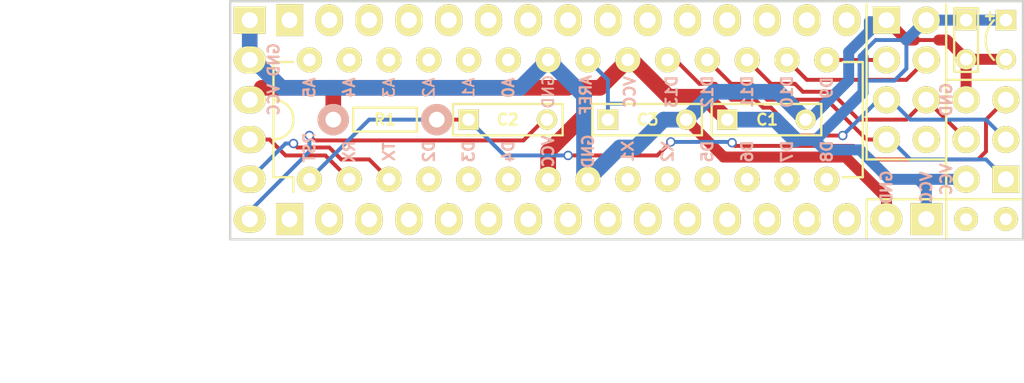
<source format=kicad_pcb>
(kicad_pcb (version 4) (host pcbnew 4.0.0-rc2-stable)

  (general
    (links 34)
    (no_connects 0)
    (area 104.541668 113.885 170.201001 141.900001)
    (thickness 1.6)
    (drawings 44)
    (tracks 164)
    (zones 0)
    (modules 15)
    (nets 29)
  )

  (page A4)
  (layers
    (0 F.Cu signal)
    (31 B.Cu signal)
    (32 B.Adhes user hide)
    (33 F.Adhes user hide)
    (34 B.Paste user hide)
    (35 F.Paste user hide)
    (36 B.SilkS user)
    (37 F.SilkS user)
    (38 B.Mask user hide)
    (39 F.Mask user hide)
    (40 Dwgs.User user)
    (41 Cmts.User user hide)
    (42 Eco1.User user hide)
    (43 Eco2.User user hide)
    (44 Edge.Cuts user)
    (45 Margin user hide)
    (46 B.CrtYd user hide)
    (47 F.CrtYd user hide)
    (48 B.Fab user hide)
    (49 F.Fab user hide)
  )

  (setup
    (last_trace_width 0.25)
    (trace_clearance 0.2)
    (zone_clearance 0.508)
    (zone_45_only no)
    (trace_min 0.2)
    (segment_width 0.2)
    (edge_width 0.15)
    (via_size 0.6)
    (via_drill 0.4)
    (via_min_size 0.4)
    (via_min_drill 0.3)
    (uvia_size 0.3)
    (uvia_drill 0.1)
    (uvias_allowed no)
    (uvia_min_size 0.2)
    (uvia_min_drill 0.1)
    (pcb_text_width 0.15)
    (pcb_text_size 0.7 0.7)
    (mod_edge_width 0.15)
    (mod_text_size 0.7 0.7)
    (mod_text_width 0.15)
    (pad_size 1.524 1.524)
    (pad_drill 0.762)
    (pad_to_mask_clearance 0.2)
    (aux_axis_origin 0 0)
    (visible_elements 7FFFFFFF)
    (pcbplotparams
      (layerselection 0x00030_80000001)
      (usegerberextensions false)
      (excludeedgelayer true)
      (linewidth 0.100000)
      (plotframeref false)
      (viasonmask false)
      (mode 1)
      (useauxorigin false)
      (hpglpennumber 1)
      (hpglpenspeed 20)
      (hpglpendiameter 15)
      (hpglpenoverlay 2)
      (psnegative false)
      (psa4output false)
      (plotreference true)
      (plotvalue true)
      (plotinvisibletext false)
      (padsonsilk false)
      (subtractmaskfromsilk false)
      (outputformat 1)
      (mirror false)
      (drillshape 1)
      (scaleselection 1)
      (outputdirectory ""))
  )

  (net 0 "")
  (net 1 VCC)
  (net 2 GND)
  (net 3 /RESET)
  (net 4 /DTR)
  (net 5 "Net-(C3-Pad1)")
  (net 6 /RX)
  (net 7 /TX)
  (net 8 "Net-(IC1-Pad4)")
  (net 9 "Net-(IC1-Pad5)")
  (net 10 "Net-(IC1-Pad6)")
  (net 11 "Net-(IC1-Pad9)")
  (net 12 "Net-(IC1-Pad10)")
  (net 13 "Net-(IC1-Pad11)")
  (net 14 "Net-(IC1-Pad12)")
  (net 15 "Net-(IC1-Pad13)")
  (net 16 "Net-(IC1-Pad14)")
  (net 17 /D9/CE)
  (net 18 /D10/SS)
  (net 19 /D11/MOSI)
  (net 20 /D12/MISO)
  (net 21 /D13/SCK)
  (net 22 "Net-(IC1-Pad23)")
  (net 23 "Net-(IC1-Pad24)")
  (net 24 "Net-(IC1-Pad25)")
  (net 25 "Net-(IC1-Pad26)")
  (net 26 "Net-(IC1-Pad27)")
  (net 27 "Net-(IC1-Pad28)")
  (net 28 "Net-(P4-Pad8)")

  (net_class Default "This is the default net class."
    (clearance 0.2)
    (trace_width 0.25)
    (via_dia 0.6)
    (via_drill 0.4)
    (uvia_dia 0.3)
    (uvia_drill 0.1)
    (add_net /D10/SS)
    (add_net /D11/MOSI)
    (add_net /D12/MISO)
    (add_net /D13/SCK)
    (add_net /D9/CE)
    (add_net /DTR)
    (add_net /RESET)
    (add_net /RX)
    (add_net /TX)
    (add_net "Net-(C3-Pad1)")
    (add_net "Net-(IC1-Pad10)")
    (add_net "Net-(IC1-Pad11)")
    (add_net "Net-(IC1-Pad12)")
    (add_net "Net-(IC1-Pad13)")
    (add_net "Net-(IC1-Pad14)")
    (add_net "Net-(IC1-Pad23)")
    (add_net "Net-(IC1-Pad24)")
    (add_net "Net-(IC1-Pad25)")
    (add_net "Net-(IC1-Pad26)")
    (add_net "Net-(IC1-Pad27)")
    (add_net "Net-(IC1-Pad28)")
    (add_net "Net-(IC1-Pad4)")
    (add_net "Net-(IC1-Pad5)")
    (add_net "Net-(IC1-Pad6)")
    (add_net "Net-(IC1-Pad9)")
    (add_net "Net-(P4-Pad8)")
  )

  (net_class PWR_1 ""
    (clearance 0.2)
    (trace_width 1)
    (via_dia 0.6)
    (via_drill 0.4)
    (uvia_dia 0.3)
    (uvia_drill 0.1)
  )

  (net_class PWR_2 ""
    (clearance 0.2)
    (trace_width 0.7)
    (via_dia 0.6)
    (via_drill 0.4)
    (uvia_dia 0.3)
    (uvia_drill 0.1)
    (add_net GND)
    (add_net VCC)
  )

  (module Pin_Headers:Pin_Header_Straight_1x02 (layer F.Cu) (tedit 56632AFE) (tstamp 5648F0F6)
    (at 163.83 130.81 270)
    (descr "Through hole pin header")
    (tags "pin header")
    (path /56481796)
    (fp_text reference P3 (at 2.49 1.33 360) (layer F.SilkS) hide
      (effects (font (size 1 1) (thickness 0.15)))
    )
    (fp_text value "" (at 0 -3.1 270) (layer F.Fab)
      (effects (font (size 1 1) (thickness 0.15)))
    )
    (fp_line (start 1.27 -1.27) (end -1.27 -1.27) (layer F.SilkS) (width 0.15))
    (fp_line (start -1.27 -1.27) (end -1.27 1.27) (layer F.SilkS) (width 0.15))
    (fp_line (start -1.27 1.27) (end -1.27 3.81) (layer F.SilkS) (width 0.15))
    (fp_line (start -1.27 3.81) (end 1.27 3.81) (layer F.SilkS) (width 0.15))
    (pad 1 thru_hole rect (at 0 0 270) (size 2.032 2.032) (drill 1.016) (layers *.Cu *.Mask F.SilkS)
      (net 1 VCC))
    (pad 2 thru_hole oval (at 0 2.54 270) (size 2.032 2.032) (drill 1.016) (layers *.Cu *.Mask F.SilkS)
      (net 2 GND))
    (model Pin_Headers.3dshapes/Pin_Header_Straight_1x02.wrl
      (at (xyz 0 -0.05 0))
      (scale (xyz 1 1 1))
      (rotate (xyz 0 0 90))
    )
  )

  (module Pin_Headers:Pin_Header_Straight_2x04 (layer F.Cu) (tedit 56632AA5) (tstamp 5648F10E)
    (at 161.29 118.11)
    (descr "Through hole pin header")
    (tags "pin header")
    (path /56480EA0)
    (fp_text reference P4 (at 0.01 -2.51) (layer F.SilkS) hide
      (effects (font (size 1 1) (thickness 0.15)))
    )
    (fp_text value "" (at 0 -3.1) (layer F.Fab)
      (effects (font (size 1 1) (thickness 0.15)))
    )
    (fp_line (start 3.81 -1.016) (end 3.81 8.89) (layer F.SilkS) (width 0.15))
    (fp_line (start -1.27 -1.016) (end -1.27 1.524) (layer F.SilkS) (width 0.15))
    (fp_line (start -1.27 1.27) (end -1.27 8.89) (layer F.SilkS) (width 0.15))
    (fp_line (start -1.27 8.89) (end 3.81 8.89) (layer F.SilkS) (width 0.15))
    (pad 1 thru_hole rect (at 0 0) (size 1.7272 1.7272) (drill 1.016) (layers *.Cu *.Mask F.SilkS)
      (net 2 GND))
    (pad 2 thru_hole oval (at 2.54 0) (size 1.7272 1.7272) (drill 1.016) (layers *.Cu *.Mask F.SilkS)
      (net 1 VCC))
    (pad 3 thru_hole oval (at 0 2.54) (size 1.7272 1.7272) (drill 1.016) (layers *.Cu *.Mask F.SilkS)
      (net 17 /D9/CE))
    (pad 4 thru_hole oval (at 2.54 2.54) (size 1.7272 1.7272) (drill 1.016) (layers *.Cu *.Mask F.SilkS)
      (net 18 /D10/SS))
    (pad 5 thru_hole oval (at 0 5.08) (size 1.7272 1.7272) (drill 1.016) (layers *.Cu *.Mask F.SilkS)
      (net 21 /D13/SCK))
    (pad 6 thru_hole oval (at 2.54 5.08) (size 1.7272 1.7272) (drill 1.016) (layers *.Cu *.Mask F.SilkS)
      (net 19 /D11/MOSI))
    (pad 7 thru_hole oval (at 0 7.62) (size 1.7272 1.7272) (drill 1.016) (layers *.Cu *.Mask F.SilkS)
      (net 20 /D12/MISO))
    (pad 8 thru_hole oval (at 2.54 7.62) (size 1.7272 1.7272) (drill 1.016) (layers *.Cu *.Mask F.SilkS)
      (net 28 "Net-(P4-Pad8)"))
    (model Pin_Headers.3dshapes/Pin_Header_Straight_2x04.wrl
      (at (xyz 0.05 -0.15 0))
      (scale (xyz 1 1 1))
      (rotate (xyz 0 0 90))
    )
  )

  (module Capacitors_ThroughHole:C_Radial_D5_L11_P2.5 (layer F.Cu) (tedit 56632B7F) (tstamp 5648F076)
    (at 168.91 118.11 270)
    (descr "Radial Electrolytic Capacitor Diameter 5mm x Length 11mm, Pitch 2.5mm")
    (tags "Electrolytic Capacitor")
    (path /56481735)
    (fp_text reference C4 (at -2.31 0.11 360) (layer F.SilkS) hide
      (effects (font (size 1 1) (thickness 0.15)))
    )
    (fp_text value "" (at 1.25 3.8 270) (layer F.Fab)
      (effects (font (size 1 1) (thickness 0.15)))
    )
    (fp_arc (start 1.27 -0.508) (end 2.54 0.762) (angle 90) (layer F.SilkS) (width 0.15))
    (fp_line (start -0.508 1.016) (end 0 1.016) (layer F.SilkS) (width 0.15))
    (fp_line (start -0.254 0.762) (end -0.254 1.27) (layer F.SilkS) (width 0.15))
    (pad 1 thru_hole rect (at 0 0 270) (size 1.3 1.3) (drill 0.8) (layers *.Cu *.Mask F.SilkS)
      (net 1 VCC))
    (pad 2 thru_hole circle (at 2.5 0 270) (size 1.3 1.3) (drill 0.8) (layers *.Cu *.Mask F.SilkS)
      (net 2 GND))
    (model Capacitors_ThroughHole.3dshapes/C_Radial_D5_L11_P2.5.wrl
      (at (xyz 0.049213 0 0))
      (scale (xyz 1 1 1))
      (rotate (xyz 0 0 90))
    )
  )

  (module Pin_Headers:Pin_Header_Straight_2x03 (layer F.Cu) (tedit 56632AC4) (tstamp 5648F0D0)
    (at 168.91 128.27 180)
    (descr "Through hole pin header")
    (tags "pin header")
    (path /56480EE3)
    (fp_text reference P1 (at 0 -5.1 180) (layer F.SilkS) hide
      (effects (font (size 1 1) (thickness 0.15)))
    )
    (fp_text value "" (at 0 -3.1 180) (layer F.Fab)
      (effects (font (size 1 1) (thickness 0.15)))
    )
    (fp_line (start 3.81 6.35) (end -1.016 6.35) (layer F.SilkS) (width 0.15))
    (fp_line (start 3.81 -1.27) (end -1.016 -1.27) (layer F.SilkS) (width 0.15))
    (fp_line (start 3.81 6.35) (end 3.81 1.27) (layer F.SilkS) (width 0.15))
    (fp_line (start 3.81 1.27) (end 3.81 -1.27) (layer F.SilkS) (width 0.15))
    (pad 1 thru_hole rect (at 0 0 180) (size 1.7272 1.7272) (drill 1.016) (layers *.Cu *.Mask F.SilkS)
      (net 20 /D12/MISO))
    (pad 2 thru_hole oval (at 2.54 0 180) (size 1.7272 1.7272) (drill 1.016) (layers *.Cu *.Mask F.SilkS)
      (net 1 VCC))
    (pad 3 thru_hole oval (at 0 2.54 180) (size 1.7272 1.7272) (drill 1.016) (layers *.Cu *.Mask F.SilkS)
      (net 21 /D13/SCK))
    (pad 4 thru_hole oval (at 2.54 2.54 180) (size 1.7272 1.7272) (drill 1.016) (layers *.Cu *.Mask F.SilkS)
      (net 19 /D11/MOSI))
    (pad 5 thru_hole oval (at 0 5.08 180) (size 1.7272 1.7272) (drill 1.016) (layers *.Cu *.Mask F.SilkS)
      (net 3 /RESET))
    (pad 6 thru_hole oval (at 2.54 5.08 180) (size 1.7272 1.7272) (drill 1.016) (layers *.Cu *.Mask F.SilkS)
      (net 2 GND))
    (model Pin_Headers.3dshapes/Pin_Header_Straight_2x03.wrl
      (at (xyz 0.05 -0.1 0))
      (scale (xyz 1 1 1))
      (rotate (xyz 0 0 90))
    )
  )

  (module Resistor_Horizontal_RM5mm (layer F.Cu) (tedit 564CEB49) (tstamp 5648F11A)
    (at 129.286 124.46)
    (descr "Resistor, Axial,  RM 10mm, 1/3W,")
    (tags "Resistor, Axial, RM 10mm, 1/3W,")
    (path /56480F35)
    (fp_text reference R1 (at 0 0) (layer F.SilkS)
      (effects (font (size 0.7 0.7) (thickness 0.15)))
    )
    (fp_text value "" (at 0 2.54) (layer F.Fab)
      (effects (font (size 0.7 0.7) (thickness 0.125)))
    )
    (fp_line (start -2.032 0.762) (end 2.032 0.762) (layer F.SilkS) (width 0.15))
    (fp_line (start 2.032 -0.762) (end -2.032 -0.762) (layer F.SilkS) (width 0.15))
    (fp_line (start -2.032 -0.762) (end -2.032 0.762) (layer F.SilkS) (width 0.15))
    (fp_line (start 2.032 -0.762) (end 2.032 0.762) (layer F.SilkS) (width 0.15))
    (pad 1 thru_hole circle (at -3.302 0) (size 1.99898 1.99898) (drill 1.00076) (layers *.Cu *.SilkS *.Mask)
      (net 1 VCC))
    (pad 2 thru_hole circle (at 3.302 0) (size 1.99898 1.99898) (drill 1.00076) (layers *.Cu *.SilkS *.Mask)
      (net 3 /RESET))
    (model Resistors_ThroughHole.3dshapes/Resistor_Horizontal_RM10mm.wrl
      (at (xyz 0 0 0))
      (scale (xyz 0.4 0.4 0.4))
      (rotate (xyz 0 0 0))
    )
  )

  (module Capacitors_ThroughHole:C_Disc_D3_P2.5 (layer F.Cu) (tedit 56632B7A) (tstamp 5648F082)
    (at 166.37 118.11 270)
    (descr "Capacitor 3mm Disc, Pitch 2.5mm")
    (tags Capacitor)
    (path /56481778)
    (fp_text reference C5 (at -2.21 0.07 360) (layer F.SilkS) hide
      (effects (font (size 1 1) (thickness 0.15)))
    )
    (fp_text value "" (at 1.25 2.5 270) (layer F.Fab)
      (effects (font (size 1 1) (thickness 0.15)))
    )
    (fp_line (start -0.762 -0.762) (end 3.302 -0.762) (layer F.SilkS) (width 0.15))
    (fp_line (start 3.302 -0.762) (end 3.302 0.762) (layer F.SilkS) (width 0.15))
    (fp_line (start 3.302 0.762) (end -0.762 0.762) (layer F.SilkS) (width 0.15))
    (fp_line (start -0.762 0.762) (end -0.762 -0.762) (layer F.SilkS) (width 0.15))
    (pad 1 thru_hole rect (at 0 0 270) (size 1.3 1.3) (drill 0.8) (layers *.Cu *.Mask F.SilkS)
      (net 1 VCC))
    (pad 2 thru_hole circle (at 2.5 0 270) (size 1.3 1.3) (drill 0.8001) (layers *.Cu *.Mask F.SilkS)
      (net 2 GND))
    (model Capacitors_ThroughHole.3dshapes/C_Disc_D3_P2.5.wrl
      (at (xyz 0.049213 0 0))
      (scale (xyz 1 1 1))
      (rotate (xyz 0 0 0))
    )
  )

  (module Pin_Headers:Pin_Header_Straight_1x15 (layer F.Cu) (tedit 56632A88) (tstamp 5648F808)
    (at 123.19 130.81 90)
    (descr "Through hole pin header")
    (tags "pin header")
    (fp_text reference P12 (at -2.79 5.51 180) (layer F.SilkS) hide
      (effects (font (size 1 1) (thickness 0.15)))
    )
    (fp_text value "" (at 0 -3.1 90) (layer F.Fab)
      (effects (font (size 1 1) (thickness 0.15)))
    )
    (pad 1 thru_hole rect (at 0 0 90) (size 2.032 1.7272) (drill 1.016) (layers *.Cu *.Mask F.SilkS))
    (pad 2 thru_hole oval (at 0 2.54 90) (size 2.032 1.7272) (drill 1.016) (layers *.Cu *.Mask F.SilkS))
    (pad 3 thru_hole oval (at 0 5.08 90) (size 2.032 1.7272) (drill 1.016) (layers *.Cu *.Mask F.SilkS))
    (pad 4 thru_hole oval (at 0 7.62 90) (size 2.032 1.7272) (drill 1.016) (layers *.Cu *.Mask F.SilkS))
    (pad 5 thru_hole oval (at 0 10.16 90) (size 2.032 1.7272) (drill 1.016) (layers *.Cu *.Mask F.SilkS))
    (pad 6 thru_hole oval (at 0 12.7 90) (size 2.032 1.7272) (drill 1.016) (layers *.Cu *.Mask F.SilkS))
    (pad 7 thru_hole oval (at 0 15.24 90) (size 2.032 1.7272) (drill 1.016) (layers *.Cu *.Mask F.SilkS))
    (pad 8 thru_hole oval (at 0 17.78 90) (size 2.032 1.7272) (drill 1.016) (layers *.Cu *.Mask F.SilkS))
    (pad 9 thru_hole oval (at 0 20.32 90) (size 2.032 1.7272) (drill 1.016) (layers *.Cu *.Mask F.SilkS))
    (pad 10 thru_hole oval (at 0 22.86 90) (size 2.032 1.7272) (drill 1.016) (layers *.Cu *.Mask F.SilkS))
    (pad 11 thru_hole oval (at 0 25.4 90) (size 2.032 1.7272) (drill 1.016) (layers *.Cu *.Mask F.SilkS))
    (pad 12 thru_hole oval (at 0 27.94 90) (size 2.032 1.7272) (drill 1.016) (layers *.Cu *.Mask F.SilkS))
    (pad 13 thru_hole oval (at 0 30.48 90) (size 2.032 1.7272) (drill 1.016) (layers *.Cu *.Mask F.SilkS))
    (pad 14 thru_hole oval (at 0 33.02 90) (size 2.032 1.7272) (drill 1.016) (layers *.Cu *.Mask F.SilkS))
    (pad 15 thru_hole oval (at 0 35.56 90) (size 2.032 1.7272) (drill 1.016) (layers *.Cu *.Mask F.SilkS))
    (model Pin_Headers.3dshapes/Pin_Header_Straight_1x15.wrl
      (at (xyz 0 -0.7 0))
      (scale (xyz 1 1 1))
      (rotate (xyz 0 0 90))
    )
  )

  (module Housings_DIP:DIP-28_W7.62mm (layer F.Cu) (tedit 56632A06) (tstamp 5648F0AD)
    (at 124.46 128.27 90)
    (descr "28-lead dip package, row spacing 7.62 mm (300 mils)")
    (tags "dil dip 2.54 300")
    (path /56480E67)
    (fp_text reference IC1 (at 5.77 -0.46 180) (layer F.SilkS) hide
      (effects (font (size 1 1) (thickness 0.15)))
    )
    (fp_text value "" (at 0 -3.72 90) (layer F.Fab)
      (effects (font (size 1 1) (thickness 0.15)))
    )
    (fp_arc (start 3.81 -2.286) (end 5.08 -2.286) (angle 90) (layer F.SilkS) (width 0.15))
    (fp_arc (start 3.81 -2.286) (end 3.81 -1.016) (angle 90) (layer F.SilkS) (width 0.15))
    (fp_line (start 0.135 -2.295) (end 0.135 -1.025) (layer F.SilkS) (width 0.15))
    (fp_line (start 7.485 -2.295) (end 7.485 -1.025) (layer F.SilkS) (width 0.15))
    (fp_line (start 7.485 35.315) (end 7.485 34.045) (layer F.SilkS) (width 0.15))
    (fp_line (start 0.135 35.315) (end 0.135 34.045) (layer F.SilkS) (width 0.15))
    (fp_line (start 0.135 -2.295) (end 7.485 -2.295) (layer F.SilkS) (width 0.15))
    (fp_line (start 0.135 35.315) (end 7.485 35.315) (layer F.SilkS) (width 0.15))
    (fp_line (start 0.135 -1.025) (end -0.8 -1.025) (layer F.SilkS) (width 0.15))
    (pad 1 thru_hole oval (at 0 0 90) (size 1.6 1.6) (drill 0.8) (layers *.Cu *.Mask F.SilkS)
      (net 3 /RESET))
    (pad 2 thru_hole oval (at 0 2.54 90) (size 1.6 1.6) (drill 0.8) (layers *.Cu *.Mask F.SilkS)
      (net 6 /RX))
    (pad 3 thru_hole oval (at 0 5.08 90) (size 1.6 1.6) (drill 0.8) (layers *.Cu *.Mask F.SilkS)
      (net 7 /TX))
    (pad 4 thru_hole oval (at 0 7.62 90) (size 1.6 1.6) (drill 0.8) (layers *.Cu *.Mask F.SilkS)
      (net 8 "Net-(IC1-Pad4)"))
    (pad 5 thru_hole oval (at 0 10.16 90) (size 1.6 1.6) (drill 0.8) (layers *.Cu *.Mask F.SilkS)
      (net 9 "Net-(IC1-Pad5)"))
    (pad 6 thru_hole oval (at 0 12.7 90) (size 1.6 1.6) (drill 0.8) (layers *.Cu *.Mask F.SilkS)
      (net 10 "Net-(IC1-Pad6)"))
    (pad 7 thru_hole oval (at 0 15.24 90) (size 1.6 1.6) (drill 0.8) (layers *.Cu *.Mask F.SilkS)
      (net 1 VCC))
    (pad 8 thru_hole oval (at 0 17.78 90) (size 1.6 1.6) (drill 0.8) (layers *.Cu *.Mask F.SilkS)
      (net 2 GND))
    (pad 9 thru_hole oval (at 0 20.32 90) (size 1.6 1.6) (drill 0.8) (layers *.Cu *.Mask F.SilkS)
      (net 11 "Net-(IC1-Pad9)"))
    (pad 10 thru_hole oval (at 0 22.86 90) (size 1.6 1.6) (drill 0.8) (layers *.Cu *.Mask F.SilkS)
      (net 12 "Net-(IC1-Pad10)"))
    (pad 11 thru_hole oval (at 0 25.4 90) (size 1.6 1.6) (drill 0.8) (layers *.Cu *.Mask F.SilkS)
      (net 13 "Net-(IC1-Pad11)"))
    (pad 12 thru_hole oval (at 0 27.94 90) (size 1.6 1.6) (drill 0.8) (layers *.Cu *.Mask F.SilkS)
      (net 14 "Net-(IC1-Pad12)"))
    (pad 13 thru_hole oval (at 0 30.48 90) (size 1.6 1.6) (drill 0.8) (layers *.Cu *.Mask F.SilkS)
      (net 15 "Net-(IC1-Pad13)"))
    (pad 14 thru_hole oval (at 0 33.02 90) (size 1.6 1.6) (drill 0.8) (layers *.Cu *.Mask F.SilkS)
      (net 16 "Net-(IC1-Pad14)"))
    (pad 15 thru_hole oval (at 7.62 33.02 90) (size 1.6 1.6) (drill 0.8) (layers *.Cu *.Mask F.SilkS)
      (net 17 /D9/CE))
    (pad 16 thru_hole oval (at 7.62 30.48 90) (size 1.6 1.6) (drill 0.8) (layers *.Cu *.Mask F.SilkS)
      (net 18 /D10/SS))
    (pad 17 thru_hole oval (at 7.62 27.94 90) (size 1.6 1.6) (drill 0.8) (layers *.Cu *.Mask F.SilkS)
      (net 19 /D11/MOSI))
    (pad 18 thru_hole oval (at 7.62 25.4 90) (size 1.6 1.6) (drill 0.8) (layers *.Cu *.Mask F.SilkS)
      (net 20 /D12/MISO))
    (pad 19 thru_hole oval (at 7.62 22.86 90) (size 1.6 1.6) (drill 0.8) (layers *.Cu *.Mask F.SilkS)
      (net 21 /D13/SCK))
    (pad 20 thru_hole oval (at 7.62 20.32 90) (size 1.6 1.6) (drill 0.8) (layers *.Cu *.Mask F.SilkS)
      (net 1 VCC))
    (pad 21 thru_hole oval (at 7.62 17.78 90) (size 1.6 1.6) (drill 0.8) (layers *.Cu *.Mask F.SilkS)
      (net 5 "Net-(C3-Pad1)"))
    (pad 22 thru_hole oval (at 7.62 15.24 90) (size 1.6 1.6) (drill 0.8) (layers *.Cu *.Mask F.SilkS)
      (net 2 GND))
    (pad 23 thru_hole oval (at 7.62 12.7 90) (size 1.6 1.6) (drill 0.8) (layers *.Cu *.Mask F.SilkS)
      (net 22 "Net-(IC1-Pad23)"))
    (pad 24 thru_hole oval (at 7.62 10.16 90) (size 1.6 1.6) (drill 0.8) (layers *.Cu *.Mask F.SilkS)
      (net 23 "Net-(IC1-Pad24)"))
    (pad 25 thru_hole oval (at 7.62 7.62 90) (size 1.6 1.6) (drill 0.8) (layers *.Cu *.Mask F.SilkS)
      (net 24 "Net-(IC1-Pad25)"))
    (pad 26 thru_hole oval (at 7.62 5.08 90) (size 1.6 1.6) (drill 0.8) (layers *.Cu *.Mask F.SilkS)
      (net 25 "Net-(IC1-Pad26)"))
    (pad 27 thru_hole oval (at 7.62 2.54 90) (size 1.6 1.6) (drill 0.8) (layers *.Cu *.Mask F.SilkS)
      (net 26 "Net-(IC1-Pad27)"))
    (pad 28 thru_hole oval (at 7.62 0 90) (size 1.6 1.6) (drill 0.8) (layers *.Cu *.Mask F.SilkS)
      (net 27 "Net-(IC1-Pad28)"))
    (model Housings_DIP.3dshapes/DIP-28_W7.62mm.wrl
      (at (xyz 0 0 0))
      (scale (xyz 1 1 1))
      (rotate (xyz 0 0 0))
    )
  )

  (module Pin_Headers:Pin_Header_Straight_1x15 (layer F.Cu) (tedit 56632A74) (tstamp 5648F730)
    (at 123.19 118.11 90)
    (descr "Through hole pin header")
    (tags "pin header")
    (fp_text reference P11 (at 2.51 5.51 180) (layer F.SilkS) hide
      (effects (font (size 1 1) (thickness 0.15)))
    )
    (fp_text value "" (at 0 -3.1 90) (layer F.Fab)
      (effects (font (size 1 1) (thickness 0.15)))
    )
    (pad 1 thru_hole rect (at 0 0 90) (size 2.032 1.7272) (drill 1.016) (layers *.Cu *.Mask F.SilkS))
    (pad 2 thru_hole oval (at 0 2.54 90) (size 2.032 1.7272) (drill 1.016) (layers *.Cu *.Mask F.SilkS))
    (pad 3 thru_hole oval (at 0 5.08 90) (size 2.032 1.7272) (drill 1.016) (layers *.Cu *.Mask F.SilkS))
    (pad 4 thru_hole oval (at 0 7.62 90) (size 2.032 1.7272) (drill 1.016) (layers *.Cu *.Mask F.SilkS))
    (pad 5 thru_hole oval (at 0 10.16 90) (size 2.032 1.7272) (drill 1.016) (layers *.Cu *.Mask F.SilkS))
    (pad 6 thru_hole oval (at 0 12.7 90) (size 2.032 1.7272) (drill 1.016) (layers *.Cu *.Mask F.SilkS))
    (pad 7 thru_hole oval (at 0 15.24 90) (size 2.032 1.7272) (drill 1.016) (layers *.Cu *.Mask F.SilkS))
    (pad 8 thru_hole oval (at 0 17.78 90) (size 2.032 1.7272) (drill 1.016) (layers *.Cu *.Mask F.SilkS))
    (pad 9 thru_hole oval (at 0 20.32 90) (size 2.032 1.7272) (drill 1.016) (layers *.Cu *.Mask F.SilkS))
    (pad 10 thru_hole oval (at 0 22.86 90) (size 2.032 1.7272) (drill 1.016) (layers *.Cu *.Mask F.SilkS))
    (pad 11 thru_hole oval (at 0 25.4 90) (size 2.032 1.7272) (drill 1.016) (layers *.Cu *.Mask F.SilkS))
    (pad 12 thru_hole oval (at 0 27.94 90) (size 2.032 1.7272) (drill 1.016) (layers *.Cu *.Mask F.SilkS))
    (pad 13 thru_hole oval (at 0 30.48 90) (size 2.032 1.7272) (drill 1.016) (layers *.Cu *.Mask F.SilkS))
    (pad 14 thru_hole oval (at 0 33.02 90) (size 2.032 1.7272) (drill 1.016) (layers *.Cu *.Mask F.SilkS))
    (pad 15 thru_hole oval (at 0 35.56 90) (size 2.032 1.7272) (drill 1.016) (layers *.Cu *.Mask F.SilkS))
    (model Pin_Headers.3dshapes/Pin_Header_Straight_1x15.wrl
      (at (xyz 0 -0.7 0))
      (scale (xyz 1 1 1))
      (rotate (xyz 0 0 90))
    )
  )

  (module Pin_Headers:Pin_Header_Straight_1x06 (layer F.Cu) (tedit 56632A40) (tstamp 5648F0E5)
    (at 120.65 118.11)
    (descr "Through hole pin header")
    (tags "pin header")
    (path /56480F06)
    (fp_text reference P2 (at 0.05 -2.41) (layer F.SilkS) hide
      (effects (font (size 1 1) (thickness 0.15)))
    )
    (fp_text value "" (at 0 -3.1) (layer F.Fab)
      (effects (font (size 1 1) (thickness 0.15)))
    )
    (pad 1 thru_hole rect (at 0 0) (size 2.032 1.7272) (drill 1.016) (layers *.Cu *.Mask F.SilkS)
      (net 2 GND))
    (pad 2 thru_hole oval (at 0 2.54) (size 2.032 1.7272) (drill 1.016) (layers *.Cu *.Mask F.SilkS)
      (net 2 GND))
    (pad 3 thru_hole oval (at 0 5.08) (size 2.032 1.7272) (drill 1.016) (layers *.Cu *.Mask F.SilkS)
      (net 1 VCC))
    (pad 4 thru_hole oval (at 0 7.62) (size 2.032 1.7272) (drill 1.016) (layers *.Cu *.Mask F.SilkS)
      (net 6 /RX))
    (pad 5 thru_hole oval (at 0 10.16) (size 2.032 1.7272) (drill 1.016) (layers *.Cu *.Mask F.SilkS)
      (net 7 /TX))
    (pad 6 thru_hole oval (at 0 12.7) (size 2.032 1.7272) (drill 1.016) (layers *.Cu *.Mask F.SilkS)
      (net 4 /DTR))
    (model Pin_Headers.3dshapes/Pin_Header_Straight_1x06.wrl
      (at (xyz 0 -0.25 0))
      (scale (xyz 1 1 1))
      (rotate (xyz 0 0 90))
    )
  )

  (module Capacitors_ThroughHole:C_Rect_L7_W2_P5 (layer F.Cu) (tedit 564CEBFB) (tstamp 5648F032)
    (at 151.13 124.46)
    (descr "Film Capacitor Length 7 x Width 2mm, Pitch 5mm")
    (tags Capacitor)
    (path /56480FC7)
    (fp_text reference C1 (at 2.54 0) (layer F.SilkS)
      (effects (font (size 0.7 0.7) (thickness 0.15)))
    )
    (fp_text value "" (at 2.5 2.5) (layer F.Fab)
      (effects (font (size 1 1) (thickness 0.15)))
    )
    (fp_line (start -1 -1) (end 6 -1) (layer F.SilkS) (width 0.15))
    (fp_line (start 6 -1) (end 6 1) (layer F.SilkS) (width 0.15))
    (fp_line (start 6 1) (end -1 1) (layer F.SilkS) (width 0.15))
    (fp_line (start -1 1) (end -1 -1) (layer F.SilkS) (width 0.15))
    (pad 1 thru_hole rect (at 0 0) (size 1.3 1.3) (drill 0.8) (layers *.Cu *.Mask F.SilkS)
      (net 1 VCC))
    (pad 2 thru_hole circle (at 5 0) (size 1.3 1.3) (drill 0.8) (layers *.Cu *.Mask F.SilkS)
      (net 2 GND))
    (model Capacitors_ThroughHole.3dshapes/C_Rect_L7_W2_P5.wrl
      (at (xyz 0.098425 0 0))
      (scale (xyz 1 1 1))
      (rotate (xyz 0 0 0))
    )
  )

  (module Capacitors_ThroughHole:C_Rect_L7_W2_P5 (layer F.Cu) (tedit 564CEBEE) (tstamp 5648F04E)
    (at 143.51 124.46)
    (descr "Film Capacitor Length 7 x Width 2mm, Pitch 5mm")
    (tags Capacitor)
    (path /56480F84)
    (fp_text reference C3 (at 2.54 0) (layer F.SilkS)
      (effects (font (size 0.7 0.7) (thickness 0.15)))
    )
    (fp_text value "" (at 2.5 2.5) (layer F.Fab)
      (effects (font (size 1 1) (thickness 0.15)))
    )
    (fp_line (start -1 -1) (end 6 -1) (layer F.SilkS) (width 0.15))
    (fp_line (start 6 -1) (end 6 1) (layer F.SilkS) (width 0.15))
    (fp_line (start 6 1) (end -1 1) (layer F.SilkS) (width 0.15))
    (fp_line (start -1 1) (end -1 -1) (layer F.SilkS) (width 0.15))
    (pad 1 thru_hole rect (at 0 0) (size 1.3 1.3) (drill 0.8) (layers *.Cu *.Mask F.SilkS)
      (net 5 "Net-(C3-Pad1)"))
    (pad 2 thru_hole circle (at 5 0) (size 1.3 1.3) (drill 0.8) (layers *.Cu *.Mask F.SilkS)
      (net 2 GND))
    (model Capacitors_ThroughHole.3dshapes/C_Rect_L7_W2_P5.wrl
      (at (xyz 0.098425 0 0))
      (scale (xyz 1 1 1))
      (rotate (xyz 0 0 0))
    )
  )

  (module Capacitors_ThroughHole:C_Rect_L7_W2_P5 (layer F.Cu) (tedit 564CEB55) (tstamp 5648F040)
    (at 134.62 124.46)
    (descr "Film Capacitor Length 7 x Width 2mm, Pitch 5mm")
    (tags Capacitor)
    (path /56481035)
    (fp_text reference C2 (at 2.5 0) (layer F.SilkS)
      (effects (font (size 0.7 0.7) (thickness 0.15)))
    )
    (fp_text value "" (at 2.5 2.5) (layer F.Fab)
      (effects (font (size 1 1) (thickness 0.15)))
    )
    (fp_line (start -1 -1) (end 6 -1) (layer F.SilkS) (width 0.15))
    (fp_line (start 6 -1) (end 6 1) (layer F.SilkS) (width 0.15))
    (fp_line (start 6 1) (end -1 1) (layer F.SilkS) (width 0.15))
    (fp_line (start -1 1) (end -1 -1) (layer F.SilkS) (width 0.15))
    (pad 1 thru_hole rect (at 0 0) (size 1.3 1.3) (drill 0.8) (layers *.Cu *.Mask F.SilkS)
      (net 3 /RESET))
    (pad 2 thru_hole circle (at 5 0) (size 1.3 1.3) (drill 0.8) (layers *.Cu *.Mask F.SilkS)
      (net 4 /DTR))
    (model Capacitors_ThroughHole.3dshapes/C_Rect_L7_W2_P5.wrl
      (at (xyz 0.098425 0 0))
      (scale (xyz 1 1 1))
      (rotate (xyz 0 0 0))
    )
  )

  (module egna_footprint:egen_Single_pad (layer F.Cu) (tedit 564A53C7) (tstamp 564A59A8)
    (at 166.37 130.81)
    (fp_text reference "" (at 0 3.556) (layer F.SilkS)
      (effects (font (size 1 1) (thickness 0.15)))
    )
    (fp_text value "" (at 0 -3.556) (layer F.Fab)
      (effects (font (size 1 1) (thickness 0.15)))
    )
    (pad 1 thru_hole circle (at 0 0) (size 1.524 1.524) (drill 0.762) (layers *.Cu *.Mask F.SilkS))
  )

  (module egna_footprint:egen_Single_pad (layer F.Cu) (tedit 564A53B4) (tstamp 564A59AB)
    (at 168.91 130.81)
    (fp_text reference "" (at 0 3.556) (layer F.SilkS)
      (effects (font (size 1 1) (thickness 0.15)))
    )
    (fp_text value "" (at 0 -3.556) (layer F.Fab)
      (effects (font (size 1 1) (thickness 0.15)))
    )
    (pad 1 thru_hole circle (at 0 0) (size 1.524 1.524) (drill 0.762) (layers *.Cu *.Mask F.SilkS))
  )

  (dimension 50.6 (width 0.15) (layer Dwgs.User)
    (gr_text "50,600 mm" (at 144.7 141.25) (layer Dwgs.User)
      (effects (font (size 0.7 0.7) (thickness 0.15)))
    )
    (feature1 (pts (xy 170 132.1) (xy 170 141.9)))
    (feature2 (pts (xy 119.4 132.1) (xy 119.4 141.9)))
    (crossbar (pts (xy 119.4 140.6) (xy 170 140.6)))
    (arrow1a (pts (xy 170 140.6) (xy 168.873496 141.186421)))
    (arrow1b (pts (xy 170 140.6) (xy 168.873496 140.013579)))
    (arrow2a (pts (xy 119.4 140.6) (xy 120.526504 141.186421)))
    (arrow2b (pts (xy 119.4 140.6) (xy 120.526504 140.013579)))
  )
  (dimension 15.2 (width 0.15) (layer Dwgs.User)
    (gr_text "15,200 mm" (at 107.650001 124.5 270) (layer Dwgs.User)
      (effects (font (size 0.7 0.7) (thickness 0.15)))
    )
    (feature1 (pts (xy 119.4 132.1) (xy 107.000001 132.1)))
    (feature2 (pts (xy 119.4 116.9) (xy 107.000001 116.9)))
    (crossbar (pts (xy 108.300001 116.9) (xy 108.300001 132.1)))
    (arrow1a (pts (xy 108.300001 132.1) (xy 107.71358 130.973496)))
    (arrow1b (pts (xy 108.300001 132.1) (xy 108.886422 130.973496)))
    (arrow2a (pts (xy 108.300001 116.9) (xy 107.71358 118.026504)))
    (arrow2b (pts (xy 108.300001 116.9) (xy 108.886422 118.026504)))
  )
  (gr_line (start 170 132.1) (end 170 132) (angle 90) (layer Edge.Cuts) (width 0.15))
  (gr_line (start 119.4 132.1) (end 170 132.1) (angle 90) (layer Edge.Cuts) (width 0.15))
  (gr_line (start 119.4 132) (end 119.4 132.1) (angle 90) (layer Edge.Cuts) (width 0.15))
  (gr_line (start 170 116.9) (end 170 117) (angle 90) (layer Edge.Cuts) (width 0.15))
  (gr_line (start 119.4 116.9) (end 170 116.9) (angle 90) (layer Edge.Cuts) (width 0.15))
  (gr_line (start 119.4 117) (end 119.4 116.9) (angle 90) (layer Edge.Cuts) (width 0.15))
  (gr_line (start 119.4 132) (end 119.4 117) (angle 90) (layer Edge.Cuts) (width 0.15))
  (gr_line (start 170 117) (end 170 132) (angle 90) (layer Edge.Cuts) (width 0.15))
  (gr_text A5 (at 124.46 122.428 90) (layer B.SilkS)
    (effects (font (size 0.7 0.7) (thickness 0.15)) (justify mirror))
  )
  (gr_text GND (at 165.1 123.19 90) (layer B.SilkS)
    (effects (font (size 0.7 0.7) (thickness 0.15)) (justify mirror))
  )
  (gr_text VCC (at 165.1 128.27 90) (layer B.SilkS)
    (effects (font (size 0.7 0.7) (thickness 0.15)) (justify mirror))
  )
  (gr_text VCC (at 163.83 128.778 90) (layer B.SilkS)
    (effects (font (size 0.7 0.7) (thickness 0.15)) (justify mirror))
  )
  (gr_text GND (at 161.29 128.778 90) (layer B.SilkS)
    (effects (font (size 0.7 0.7) (thickness 0.15)) (justify mirror))
  )
  (gr_text D9 (at 157.48 122.428 90) (layer B.SilkS)
    (effects (font (size 0.7 0.7) (thickness 0.15)) (justify mirror))
  )
  (gr_text D10 (at 154.94 122.682 90) (layer B.SilkS)
    (effects (font (size 0.7 0.7) (thickness 0.15)) (justify mirror))
  )
  (gr_text D8 (at 157.48 126.492 90) (layer B.SilkS)
    (effects (font (size 0.7 0.7) (thickness 0.15)) (justify mirror))
  )
  (gr_text D7 (at 154.94 126.492 90) (layer B.SilkS)
    (effects (font (size 0.7 0.7) (thickness 0.15)) (justify mirror))
  )
  (gr_text D6 (at 152.4 126.492 90) (layer B.SilkS)
    (effects (font (size 0.7 0.7) (thickness 0.15)) (justify mirror))
  )
  (gr_text D5 (at 149.86 126.492 90) (layer B.SilkS)
    (effects (font (size 0.7 0.7) (thickness 0.15)) (justify mirror))
  )
  (gr_text X2 (at 147.32 126.492 90) (layer B.SilkS)
    (effects (font (size 0.7 0.7) (thickness 0.15)) (justify mirror))
  )
  (gr_text X1 (at 144.78 126.492 90) (layer B.SilkS)
    (effects (font (size 0.7 0.7) (thickness 0.15)) (justify mirror))
  )
  (gr_text D2 (at 132.08 126.492 90) (layer B.SilkS)
    (effects (font (size 0.7 0.7) (thickness 0.15)) (justify mirror))
  )
  (gr_text D3 (at 134.62 126.492 90) (layer B.SilkS)
    (effects (font (size 0.7 0.7) (thickness 0.15)) (justify mirror))
  )
  (gr_text D4 (at 137.16 126.492 90) (layer B.SilkS)
    (effects (font (size 0.7 0.7) (thickness 0.15)) (justify mirror))
  )
  (gr_text D11 (at 152.4 122.682 90) (layer B.SilkS)
    (effects (font (size 0.7 0.7) (thickness 0.15)) (justify mirror))
  )
  (gr_text D12 (at 149.86 122.682 90) (layer B.SilkS)
    (effects (font (size 0.7 0.7) (thickness 0.15)) (justify mirror))
  )
  (gr_text D13 (at 147.574 122.682 90) (layer B.SilkS)
    (effects (font (size 0.7 0.7) (thickness 0.15)) (justify mirror))
  )
  (gr_text AREF (at 142.1 122.9 90) (layer B.SilkS)
    (effects (font (size 0.7 0.7) (thickness 0.15)) (justify mirror))
  )
  (gr_text A4 (at 127 122.428 90) (layer B.SilkS)
    (effects (font (size 0.7 0.7) (thickness 0.15)) (justify mirror))
  )
  (gr_text A3 (at 129.54 122.428 90) (layer B.SilkS)
    (effects (font (size 0.7 0.7) (thickness 0.125)) (justify mirror))
  )
  (gr_text A2 (at 132.08 122.428 90) (layer B.SilkS)
    (effects (font (size 0.7 0.7) (thickness 0.125)) (justify mirror))
  )
  (gr_text A1 (at 134.62 122.428 90) (layer B.SilkS)
    (effects (font (size 0.7 0.7) (thickness 0.125)) (justify mirror))
  )
  (gr_text A0 (at 137.16 122.428 90) (layer B.SilkS)
    (effects (font (size 0.7 0.7) (thickness 0.15)) (justify mirror))
  )
  (gr_text VCC (at 144.9 122.7 90) (layer B.SilkS)
    (effects (font (size 0.7 0.7) (thickness 0.15)) (justify mirror))
  )
  (gr_text GND (at 139.7 122.682 90) (layer B.SilkS)
    (effects (font (size 0.7 0.7) (thickness 0.125)) (justify mirror))
  )
  (gr_text GND (at 142.24 126.492 90) (layer B.SilkS)
    (effects (font (size 0.7 0.7) (thickness 0.15)) (justify mirror))
  )
  (gr_text VCC (at 139.7 126.492 90) (layer B.SilkS)
    (effects (font (size 0.7 0.7) (thickness 0.15)) (justify mirror))
  )
  (gr_text TX (at 129.54 126.492 90) (layer B.SilkS)
    (effects (font (size 0.7 0.7) (thickness 0.15)) (justify mirror))
  )
  (gr_text RX (at 127 126.492 90) (layer B.SilkS)
    (effects (font (size 0.7 0.7) (thickness 0.15)) (justify mirror))
  )
  (gr_text RST (at 124.46 126.238 90) (layer B.SilkS)
    (effects (font (size 0.7 0.7) (thickness 0.15)) (justify mirror))
  )
  (gr_text VCC (at 122.174 123.19 90) (layer B.SilkS)
    (effects (font (size 0.7 0.7) (thickness 0.15)) (justify mirror))
  )
  (gr_text GND (at 122.174 120.65 90) (layer B.SilkS)
    (effects (font (size 0.7 0.7) (thickness 0.15)) (justify mirror))
  )

  (segment (start 163.83 130.81) (end 163.83 128.778) (width 0.7) (layer B.Cu) (net 1))
  (segment (start 163.83 128.778) (end 163.322 128.27) (width 0.7) (layer B.Cu) (net 1) (tstamp 564E482B))
  (segment (start 162.56 119.38) (end 162.56 121.2088) (width 0.25) (layer B.Cu) (net 1))
  (segment (start 161.798 121.9708) (end 159.792798 121.9708) (width 0.25) (layer B.Cu) (net 1) (tstamp 564E4710))
  (segment (start 162.56 121.2088) (end 161.798 121.9708) (width 0.25) (layer B.Cu) (net 1) (tstamp 564E470E))
  (segment (start 160.6804 119.38) (end 160.593596 119.38) (width 0.25) (layer B.Cu) (net 1))
  (segment (start 159.792798 120.180798) (end 159.792798 120.498998) (width 0.25) (layer B.Cu) (net 1) (tstamp 564E4706))
  (segment (start 160.593596 119.38) (end 159.792798 120.180798) (width 0.25) (layer B.Cu) (net 1) (tstamp 564E4700))
  (segment (start 163.83 130.81) (end 163.83 130.6322) (width 0.7) (layer B.Cu) (net 1))
  (segment (start 156.7434 125.7808) (end 157.353 126.3904) (width 0.7) (layer B.Cu) (net 1))
  (segment (start 157.353 126.3904) (end 159.5882 126.3904) (width 0.7) (layer B.Cu) (net 1) (tstamp 564E3C5E))
  (segment (start 159.5882 126.3904) (end 161.4678 128.27) (width 0.7) (layer B.Cu) (net 1) (tstamp 564E3C88))
  (segment (start 161.4678 128.27) (end 163.322 128.27) (width 0.7) (layer B.Cu) (net 1) (tstamp 564E3CBD))
  (segment (start 163.322 128.27) (end 166.37 128.27) (width 0.7) (layer B.Cu) (net 1) (tstamp 564E4830))
  (segment (start 166.37 118.11) (end 168.91 118.11) (width 0.7) (layer B.Cu) (net 1))
  (segment (start 163.83 118.11) (end 166.37 118.11) (width 0.7) (layer B.Cu) (net 1))
  (segment (start 159.7787 122.7455) (end 159.792798 122.731402) (width 0.7) (layer B.Cu) (net 1))
  (segment (start 159.792798 122.731402) (end 159.792798 121.9708) (width 0.7) (layer B.Cu) (net 1) (tstamp 564E3A8D))
  (segment (start 159.792798 121.9708) (end 159.792798 120.498998) (width 0.7) (layer B.Cu) (net 1) (tstamp 564E4721))
  (segment (start 159.792798 120.498998) (end 159.805498 120.486298) (width 0.7) (layer B.Cu) (net 1) (tstamp 564E3A99))
  (segment (start 155.448 125.73) (end 155.4988 125.7808) (width 0.7) (layer B.Cu) (net 1))
  (segment (start 154.178 124.46) (end 155.448 125.73) (width 1) (layer B.Cu) (net 1) (tstamp 564A5D0E))
  (segment (start 151.13 124.46) (end 154.178 124.46) (width 1) (layer B.Cu) (net 1))
  (segment (start 156.7434 125.7808) (end 159.7787 122.7455) (width 0.7) (layer B.Cu) (net 1) (tstamp 564E39CB))
  (segment (start 159.7787 122.7455) (end 159.798798 122.725402) (width 0.7) (layer B.Cu) (net 1) (tstamp 564E3A8B))
  (segment (start 155.4988 125.7808) (end 156.7434 125.7808) (width 0.7) (layer B.Cu) (net 1) (tstamp 564E39C0))
  (segment (start 144.78 120.65) (end 145.034 120.65) (width 1) (layer F.Cu) (net 1))
  (segment (start 145.034 120.65) (end 147.383002 122.999002) (width 1) (layer F.Cu) (net 1) (tstamp 564E1236))
  (segment (start 149.669002 122.999002) (end 151.13 124.46) (width 1) (layer F.Cu) (net 1) (tstamp 564E1246))
  (segment (start 147.383002 122.999002) (end 149.669002 122.999002) (width 1) (layer F.Cu) (net 1) (tstamp 564E123C))
  (segment (start 139.7 128.27) (end 139.7 126.492) (width 1) (layer F.Cu) (net 1))
  (segment (start 141.986 124.206) (end 141.986 122.428) (width 1) (layer F.Cu) (net 1) (tstamp 564E11FA))
  (segment (start 139.7 126.492) (end 141.986 124.206) (width 1) (layer F.Cu) (net 1) (tstamp 564E11D3))
  (segment (start 162.56 119.38) (end 163.83 118.11) (width 0.7) (layer B.Cu) (net 1) (tstamp 564A5D74))
  (segment (start 160.656398 119.38) (end 160.6804 119.38) (width 0.25) (layer B.Cu) (net 1) (tstamp 564A5D6B))
  (segment (start 160.6804 119.38) (end 162.56 119.38) (width 0.25) (layer B.Cu) (net 1) (tstamp 564E46FE))
  (segment (start 125.984 124.46) (end 125.984 122.428) (width 1) (layer F.Cu) (net 1))
  (segment (start 120.65 123.19) (end 121.412 122.428) (width 0.25) (layer F.Cu) (net 1))
  (segment (start 143.002 122.428) (end 144.78 120.65) (width 1) (layer F.Cu) (net 1) (tstamp 564A5A84))
  (segment (start 121.412 122.428) (end 125.984 122.428) (width 1) (layer F.Cu) (net 1) (tstamp 564A5A83))
  (segment (start 125.984 122.428) (end 140.97 122.428) (width 1) (layer F.Cu) (net 1) (tstamp 564A5ACA))
  (segment (start 140.97 122.428) (end 141.478 122.428) (width 0.25) (layer F.Cu) (net 1) (tstamp 564A5F99))
  (segment (start 141.478 122.428) (end 141.986 122.428) (width 1) (layer F.Cu) (net 1) (tstamp 564A5A99))
  (segment (start 141.986 122.428) (end 143.002 122.428) (width 1) (layer F.Cu) (net 1) (tstamp 564E11FE))
  (segment (start 161.29 130.81) (end 161.29 129.4638) (width 0.7) (layer F.Cu) (net 2))
  (segment (start 150.8976 126.8476) (end 148.51 124.46) (width 0.7) (layer F.Cu) (net 2) (tstamp 564E462A))
  (segment (start 158.6738 126.8476) (end 150.8976 126.8476) (width 0.7) (layer F.Cu) (net 2) (tstamp 564E460A))
  (segment (start 161.29 129.4638) (end 158.6738 126.8476) (width 0.7) (layer F.Cu) (net 2) (tstamp 564E4603))
  (segment (start 161.29 118.11) (end 162.56 119.38) (width 0.7) (layer F.Cu) (net 2))
  (segment (start 165.14 119.38) (end 164.6288 119.38) (width 0.7) (layer F.Cu) (net 2) (tstamp 564E3BD9))
  (segment (start 163.068 119.38) (end 164.6288 119.38) (width 0.25) (layer F.Cu) (net 2) (tstamp 564A5D8D))
  (segment (start 165.14 119.38) (end 166.37 120.61) (width 0.7) (layer F.Cu) (net 2))
  (segment (start 162.56 119.38) (end 163.068 119.38) (width 0.7) (layer F.Cu) (net 2) (tstamp 564E3BFE))
  (segment (start 166.37 120.61) (end 166.37 123.19) (width 0.7) (layer F.Cu) (net 2))
  (segment (start 166.37 120.61) (end 168.91 120.61) (width 0.7) (layer F.Cu) (net 2))
  (segment (start 156.13 124.46) (end 156.3624 124.46) (width 0.7) (layer B.Cu) (net 2))
  (segment (start 156.3624 124.46) (end 158.877 121.9454) (width 0.7) (layer B.Cu) (net 2) (tstamp 564E3A1B))
  (segment (start 160.1978 118.2116) (end 161.1884 118.2116) (width 0.7) (layer B.Cu) (net 2) (tstamp 564E3A52))
  (segment (start 160.1978 118.8212) (end 160.1978 118.2116) (width 0.7) (layer B.Cu) (net 2) (tstamp 564E3A4A))
  (segment (start 158.877 120.142) (end 160.1978 118.8212) (width 0.7) (layer B.Cu) (net 2) (tstamp 564E3A3D))
  (segment (start 158.877 121.9454) (end 158.877 120.142) (width 0.7) (layer B.Cu) (net 2) (tstamp 564E3A1F))
  (segment (start 161.1884 118.2116) (end 161.29 118.11) (width 0.7) (layer B.Cu) (net 2) (tstamp 564E3A5E))
  (segment (start 148.51 124.46) (end 147.066 124.46) (width 1) (layer B.Cu) (net 2))
  (segment (start 144.272 126.238) (end 142.24 128.27) (width 1) (layer B.Cu) (net 2) (tstamp 564E11A1))
  (segment (start 145.288 126.238) (end 144.272 126.238) (width 1) (layer B.Cu) (net 2) (tstamp 564E1190))
  (segment (start 147.066 124.46) (end 145.288 126.238) (width 1) (layer B.Cu) (net 2) (tstamp 564E1187))
  (segment (start 148.51 124.46) (end 148.51 124.634) (width 0.25) (layer B.Cu) (net 2))
  (segment (start 161.29 118.11) (end 161.798 118.11) (width 0.25) (layer F.Cu) (net 2))
  (segment (start 148.51 124.46) (end 150.288 122.682) (width 1) (layer B.Cu) (net 2))
  (segment (start 154.352 122.682) (end 156.13 124.46) (width 1) (layer B.Cu) (net 2) (tstamp 564A5C34))
  (segment (start 150.288 122.682) (end 154.352 122.682) (width 1) (layer B.Cu) (net 2) (tstamp 564A5C32))
  (segment (start 139.7 120.65) (end 141.478 122.428) (width 1) (layer B.Cu) (net 2))
  (segment (start 141.986 122.936) (end 141.986 128.27) (width 1) (layer B.Cu) (net 2) (tstamp 564A5A92))
  (segment (start 141.478 122.428) (end 141.986 122.936) (width 1) (layer B.Cu) (net 2) (tstamp 564A5A90))
  (segment (start 120.65 118.11) (end 120.65 120.65) (width 1) (layer B.Cu) (net 2))
  (segment (start 120.65 120.65) (end 120.904 120.65) (width 0.25) (layer B.Cu) (net 2) (tstamp 564A5A89))
  (segment (start 120.904 120.65) (end 122.682 122.428) (width 1) (layer B.Cu) (net 2) (tstamp 564A5A8A))
  (segment (start 122.682 122.428) (end 137.922 122.428) (width 1) (layer B.Cu) (net 2) (tstamp 564A5A8B))
  (segment (start 137.922 122.428) (end 139.7 120.65) (width 1) (layer B.Cu) (net 2) (tstamp 564A5A8C))
  (segment (start 160.274 126.746) (end 159.7914 126.746) (width 0.25) (layer F.Cu) (net 3))
  (segment (start 136.906 126.746) (end 140.97 126.746) (width 0.25) (layer B.Cu) (net 3) (tstamp 564A5AEC))
  (segment (start 134.62 124.46) (end 136.906 126.746) (width 0.25) (layer B.Cu) (net 3))
  (via (at 140.97 126.746) (size 0.6) (drill 0.4) (layers F.Cu B.Cu) (net 3))
  (segment (start 160.274 126.746) (end 160.528 127) (width 0.25) (layer F.Cu) (net 3) (tstamp 564A5AF0))
  (segment (start 160.528 127) (end 165.354 127) (width 0.25) (layer F.Cu) (net 3) (tstamp 564A5AF1))
  (segment (start 146.6596 126.746) (end 140.97 126.746) (width 0.25) (layer F.Cu) (net 3) (tstamp 564E4684))
  (segment (start 147.5232 125.8824) (end 146.6596 126.746) (width 0.25) (layer F.Cu) (net 3) (tstamp 564E4683))
  (via (at 147.5232 125.8824) (size 0.6) (drill 0.4) (layers F.Cu B.Cu) (net 3))
  (segment (start 151.384 125.8824) (end 147.5232 125.8824) (width 0.25) (layer B.Cu) (net 3) (tstamp 564E4674))
  (segment (start 151.4348 125.9332) (end 151.384 125.8824) (width 0.25) (layer B.Cu) (net 3) (tstamp 564E4673))
  (via (at 151.4348 125.9332) (size 0.6) (drill 0.4) (layers F.Cu B.Cu) (net 3))
  (segment (start 151.638 126.1364) (end 151.4348 125.9332) (width 0.25) (layer F.Cu) (net 3) (tstamp 564E4656))
  (segment (start 159.1818 126.1364) (end 151.638 126.1364) (width 0.25) (layer F.Cu) (net 3) (tstamp 564E4644))
  (segment (start 159.7914 126.746) (end 159.1818 126.1364) (width 0.25) (layer F.Cu) (net 3) (tstamp 564E4637))
  (segment (start 167.64 124.46) (end 168.91 123.19) (width 0.25) (layer F.Cu) (net 3) (tstamp 564A5AF8))
  (segment (start 167.64 126.492) (end 167.64 124.46) (width 0.25) (layer F.Cu) (net 3) (tstamp 564A5AF7))
  (segment (start 167.132 127) (end 167.64 126.492) (width 0.25) (layer F.Cu) (net 3) (tstamp 564A5AF6))
  (segment (start 165.354 127) (end 167.132 127) (width 0.25) (layer F.Cu) (net 3) (tstamp 564A5AF5))
  (segment (start 165.354 127) (end 165.354 127) (width 0.25) (layer F.Cu) (net 3) (tstamp 564A5AF2))
  (segment (start 132.588 124.46) (end 128.27 124.46) (width 0.25) (layer B.Cu) (net 3))
  (segment (start 128.27 124.46) (end 124.46 128.27) (width 0.25) (layer B.Cu) (net 3) (tstamp 564A5A55))
  (segment (start 132.588 124.46) (end 134.62 124.46) (width 0.25) (layer F.Cu) (net 3))
  (segment (start 120.65 130.81) (end 120.65 130.302) (width 0.25) (layer B.Cu) (net 4))
  (segment (start 120.65 130.302) (end 124.46 126.492) (width 0.25) (layer B.Cu) (net 4) (tstamp 564E0F92))
  (segment (start 124.46 126.492) (end 124.46 125.476) (width 0.25) (layer B.Cu) (net 4) (tstamp 564E0FA1))
  (via (at 124.46 125.476) (size 0.6) (drill 0.4) (layers F.Cu B.Cu) (net 4))
  (segment (start 124.46 125.476) (end 124.771998 125.787998) (width 0.25) (layer F.Cu) (net 4) (tstamp 564E0FAC))
  (segment (start 124.771998 125.787998) (end 138.118002 125.787998) (width 0.25) (layer F.Cu) (net 4) (tstamp 564E0FAD))
  (segment (start 138.118002 125.787998) (end 139.446 124.46) (width 0.25) (layer F.Cu) (net 4) (tstamp 564E0FAE))
  (segment (start 139.446 124.46) (end 139.62 124.46) (width 0.25) (layer F.Cu) (net 4) (tstamp 564E0FBF))
  (segment (start 144.525 123.444) (end 143.51 123.444) (width 0.25) (layer B.Cu) (net 5))
  (segment (start 142.24 120.65) (end 143.51 121.92) (width 0.25) (layer B.Cu) (net 5))
  (segment (start 143.51 121.92) (end 143.51 123.444) (width 0.25) (layer B.Cu) (net 5) (tstamp 564A5A9B))
  (segment (start 143.51 123.444) (end 143.51 124.46) (width 0.25) (layer B.Cu) (net 5) (tstamp 564A60C2))
  (segment (start 120.65 125.73) (end 121.92 125.73) (width 0.25) (layer F.Cu) (net 6))
  (segment (start 125.476 126.746) (end 127 128.27) (width 0.25) (layer F.Cu) (net 6) (tstamp 564E0F3B))
  (segment (start 122.936 126.746) (end 125.476 126.746) (width 0.25) (layer F.Cu) (net 6) (tstamp 564E0F37))
  (segment (start 121.92 125.73) (end 122.936 126.746) (width 0.25) (layer F.Cu) (net 6) (tstamp 564E0F2E))
  (segment (start 120.65 128.27) (end 122.936 125.984) (width 0.25) (layer B.Cu) (net 7))
  (segment (start 128.27 127) (end 129.54 128.27) (width 0.25) (layer F.Cu) (net 7) (tstamp 564E0F77))
  (segment (start 126.492 127) (end 128.27 127) (width 0.25) (layer F.Cu) (net 7) (tstamp 564E0F70))
  (segment (start 125.73 126.238) (end 126.492 127) (width 0.25) (layer F.Cu) (net 7) (tstamp 564E0F6F))
  (segment (start 123.698 126.238) (end 125.73 126.238) (width 0.25) (layer F.Cu) (net 7) (tstamp 564E0F59))
  (segment (start 123.444 125.984) (end 123.698 126.238) (width 0.25) (layer F.Cu) (net 7) (tstamp 564E0F58))
  (via (at 123.444 125.984) (size 0.6) (drill 0.4) (layers F.Cu B.Cu) (net 7))
  (segment (start 122.936 125.984) (end 123.444 125.984) (width 0.25) (layer B.Cu) (net 7) (tstamp 564E0F4E))
  (segment (start 157.48 120.65) (end 161.29 120.65) (width 0.25) (layer F.Cu) (net 17))
  (segment (start 154.94 120.65) (end 156.21 121.92) (width 0.25) (layer F.Cu) (net 18))
  (segment (start 162.56 121.92) (end 163.83 120.65) (width 0.25) (layer F.Cu) (net 18) (tstamp 564A5DB5))
  (segment (start 156.21 121.92) (end 162.56 121.92) (width 0.25) (layer F.Cu) (net 18) (tstamp 564A5DB3))
  (segment (start 152.4 120.65) (end 153.924 122.174) (width 0.25) (layer F.Cu) (net 19))
  (segment (start 162.56 124.46) (end 163.83 123.19) (width 0.25) (layer F.Cu) (net 19) (tstamp 564A5DF5))
  (segment (start 159.512 124.46) (end 162.56 124.46) (width 0.25) (layer F.Cu) (net 19) (tstamp 564A5DF3))
  (segment (start 157.734 122.682) (end 159.512 124.46) (width 0.25) (layer F.Cu) (net 19) (tstamp 564A5DED))
  (segment (start 155.956 122.682) (end 157.734 122.682) (width 0.25) (layer F.Cu) (net 19) (tstamp 564A5DE9))
  (segment (start 155.448 122.174) (end 155.956 122.682) (width 0.25) (layer F.Cu) (net 19) (tstamp 564A5DE2))
  (segment (start 153.924 122.174) (end 155.448 122.174) (width 0.25) (layer F.Cu) (net 19) (tstamp 564A5DDE))
  (segment (start 163.83 123.19) (end 166.37 125.73) (width 0.25) (layer F.Cu) (net 19) (tstamp 564A5DF8))
  (segment (start 161.29 125.73) (end 161.544 125.73) (width 0.25) (layer B.Cu) (net 20))
  (segment (start 161.544 125.73) (end 162.814 127) (width 0.25) (layer B.Cu) (net 20) (tstamp 564A5F5A))
  (segment (start 167.64 127) (end 168.91 128.27) (width 0.25) (layer B.Cu) (net 20) (tstamp 564A5F65))
  (segment (start 162.814 127) (end 167.64 127) (width 0.25) (layer B.Cu) (net 20) (tstamp 564A5F61))
  (segment (start 149.86 120.65) (end 151.384 122.174) (width 0.25) (layer F.Cu) (net 20))
  (segment (start 160.02 125.73) (end 161.29 125.73) (width 0.25) (layer F.Cu) (net 20) (tstamp 564A5E4D))
  (segment (start 157.48 123.19) (end 160.02 125.73) (width 0.25) (layer F.Cu) (net 20) (tstamp 564A5E42))
  (segment (start 153.67 123.19) (end 157.48 123.19) (width 0.25) (layer F.Cu) (net 20) (tstamp 564A5E38))
  (segment (start 152.654 122.174) (end 153.67 123.19) (width 0.25) (layer F.Cu) (net 20) (tstamp 564A5E28))
  (segment (start 151.384 122.174) (end 152.654 122.174) (width 0.25) (layer F.Cu) (net 20) (tstamp 564A5E10))
  (segment (start 152.908 123.19) (end 153.416 123.698) (width 0.25) (layer F.Cu) (net 21))
  (segment (start 151.384 123.19) (end 152.908 123.19) (width 0.25) (layer F.Cu) (net 21) (tstamp 564A5E6C))
  (segment (start 150.368 122.174) (end 151.384 123.19) (width 0.25) (layer F.Cu) (net 21) (tstamp 564A5E67))
  (segment (start 149.352 122.174) (end 150.368 122.174) (width 0.25) (layer F.Cu) (net 21) (tstamp 564A5E65))
  (segment (start 147.828 120.65) (end 149.352 122.174) (width 0.25) (layer F.Cu) (net 21) (tstamp 564A5E62))
  (segment (start 155.702 125.476) (end 158.496 125.476) (width 0.25) (layer F.Cu) (net 21) (tstamp 564E362F))
  (segment (start 153.924 123.698) (end 155.702 125.476) (width 0.25) (layer F.Cu) (net 21) (tstamp 564E361D))
  (segment (start 153.416 123.698) (end 153.924 123.698) (width 0.25) (layer F.Cu) (net 21) (tstamp 564E3609))
  (segment (start 161.29 123.19) (end 161.544 123.19) (width 0.25) (layer B.Cu) (net 21))
  (segment (start 161.544 123.19) (end 162.814 124.46) (width 0.25) (layer B.Cu) (net 21) (tstamp 564A5E94))
  (segment (start 167.64 124.46) (end 168.91 125.73) (width 0.25) (layer B.Cu) (net 21) (tstamp 564A5E9B))
  (segment (start 162.814 124.46) (end 167.64 124.46) (width 0.25) (layer B.Cu) (net 21) (tstamp 564A5E96))
  (segment (start 147.32 120.65) (end 147.828 120.65) (width 0.25) (layer F.Cu) (net 21))
  (via (at 158.496 125.476) (size 0.6) (drill 0.4) (layers F.Cu B.Cu) (net 21))
  (segment (start 158.496 125.476) (end 160.782 123.19) (width 0.25) (layer B.Cu) (net 21) (tstamp 564A5E7E))
  (segment (start 160.782 123.19) (end 161.29 123.19) (width 0.25) (layer B.Cu) (net 21) (tstamp 564A5E7F))

)

</source>
